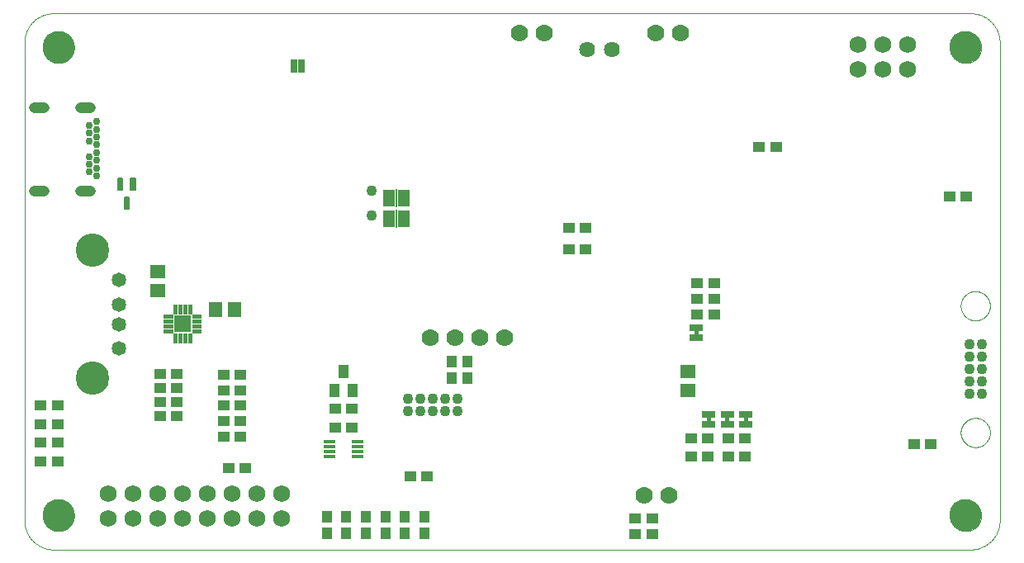
<source format=gbs>
G75*
%MOIN*%
%OFA0B0*%
%FSLAX25Y25*%
%IPPOS*%
%LPD*%
%AMOC8*
5,1,8,0,0,1.08239X$1,22.5*
%
%ADD10C,0.00000*%
%ADD11C,0.00039*%
%ADD12R,0.06306X0.05518*%
%ADD13R,0.04731X0.04337*%
%ADD14R,0.05400X0.02900*%
%ADD15C,0.00500*%
%ADD16C,0.12998*%
%ADD17C,0.05833*%
%ADD18C,0.13455*%
%ADD19C,0.00100*%
%ADD20R,0.07093X0.07093*%
%ADD21R,0.05518X0.06306*%
%ADD22R,0.04600X0.01400*%
%ADD23R,0.04337X0.05400*%
%ADD24C,0.04337*%
%ADD25R,0.04337X0.04731*%
%ADD26C,0.07000*%
%ADD27C,0.02975*%
%ADD28C,0.04337*%
%ADD29C,0.00592*%
%ADD30C,0.06400*%
%ADD31R,0.02900X0.05400*%
%ADD32C,0.06896*%
%ADD33R,0.05000X0.06700*%
%ADD34R,0.00600X0.07200*%
D10*
X0083936Y0127750D02*
X0454015Y0127750D01*
X0454300Y0127753D01*
X0454586Y0127764D01*
X0454871Y0127781D01*
X0455155Y0127805D01*
X0455439Y0127836D01*
X0455722Y0127874D01*
X0456003Y0127919D01*
X0456284Y0127970D01*
X0456564Y0128028D01*
X0456842Y0128093D01*
X0457118Y0128165D01*
X0457392Y0128243D01*
X0457665Y0128328D01*
X0457935Y0128420D01*
X0458203Y0128518D01*
X0458469Y0128622D01*
X0458732Y0128733D01*
X0458992Y0128850D01*
X0459250Y0128973D01*
X0459504Y0129103D01*
X0459755Y0129239D01*
X0460003Y0129380D01*
X0460247Y0129528D01*
X0460488Y0129681D01*
X0460724Y0129841D01*
X0460957Y0130006D01*
X0461186Y0130176D01*
X0461411Y0130352D01*
X0461631Y0130534D01*
X0461847Y0130720D01*
X0462058Y0130912D01*
X0462265Y0131109D01*
X0462467Y0131311D01*
X0462664Y0131518D01*
X0462856Y0131729D01*
X0463042Y0131945D01*
X0463224Y0132165D01*
X0463400Y0132390D01*
X0463570Y0132619D01*
X0463735Y0132852D01*
X0463895Y0133088D01*
X0464048Y0133329D01*
X0464196Y0133573D01*
X0464337Y0133821D01*
X0464473Y0134072D01*
X0464603Y0134326D01*
X0464726Y0134584D01*
X0464843Y0134844D01*
X0464954Y0135107D01*
X0465058Y0135373D01*
X0465156Y0135641D01*
X0465248Y0135911D01*
X0465333Y0136184D01*
X0465411Y0136458D01*
X0465483Y0136734D01*
X0465548Y0137012D01*
X0465606Y0137292D01*
X0465657Y0137573D01*
X0465702Y0137854D01*
X0465740Y0138137D01*
X0465771Y0138421D01*
X0465795Y0138705D01*
X0465812Y0138990D01*
X0465823Y0139276D01*
X0465826Y0139561D01*
X0465826Y0332474D01*
X0465823Y0332759D01*
X0465812Y0333045D01*
X0465795Y0333330D01*
X0465771Y0333614D01*
X0465740Y0333898D01*
X0465702Y0334181D01*
X0465657Y0334462D01*
X0465606Y0334743D01*
X0465548Y0335023D01*
X0465483Y0335301D01*
X0465411Y0335577D01*
X0465333Y0335851D01*
X0465248Y0336124D01*
X0465156Y0336394D01*
X0465058Y0336662D01*
X0464954Y0336928D01*
X0464843Y0337191D01*
X0464726Y0337451D01*
X0464603Y0337709D01*
X0464473Y0337963D01*
X0464337Y0338214D01*
X0464196Y0338462D01*
X0464048Y0338706D01*
X0463895Y0338947D01*
X0463735Y0339183D01*
X0463570Y0339416D01*
X0463400Y0339645D01*
X0463224Y0339870D01*
X0463042Y0340090D01*
X0462856Y0340306D01*
X0462664Y0340517D01*
X0462467Y0340724D01*
X0462265Y0340926D01*
X0462058Y0341123D01*
X0461847Y0341315D01*
X0461631Y0341501D01*
X0461411Y0341683D01*
X0461186Y0341859D01*
X0460957Y0342029D01*
X0460724Y0342194D01*
X0460488Y0342354D01*
X0460247Y0342507D01*
X0460003Y0342655D01*
X0459755Y0342796D01*
X0459504Y0342932D01*
X0459250Y0343062D01*
X0458992Y0343185D01*
X0458732Y0343302D01*
X0458469Y0343413D01*
X0458203Y0343517D01*
X0457935Y0343615D01*
X0457665Y0343707D01*
X0457392Y0343792D01*
X0457118Y0343870D01*
X0456842Y0343942D01*
X0456564Y0344007D01*
X0456284Y0344065D01*
X0456003Y0344116D01*
X0455722Y0344161D01*
X0455439Y0344199D01*
X0455155Y0344230D01*
X0454871Y0344254D01*
X0454586Y0344271D01*
X0454300Y0344282D01*
X0454015Y0344285D01*
X0083936Y0344285D01*
X0083651Y0344282D01*
X0083365Y0344271D01*
X0083080Y0344254D01*
X0082796Y0344230D01*
X0082512Y0344199D01*
X0082229Y0344161D01*
X0081948Y0344116D01*
X0081667Y0344065D01*
X0081387Y0344007D01*
X0081109Y0343942D01*
X0080833Y0343870D01*
X0080559Y0343792D01*
X0080286Y0343707D01*
X0080016Y0343615D01*
X0079748Y0343517D01*
X0079482Y0343413D01*
X0079219Y0343302D01*
X0078959Y0343185D01*
X0078701Y0343062D01*
X0078447Y0342932D01*
X0078196Y0342796D01*
X0077948Y0342655D01*
X0077704Y0342507D01*
X0077463Y0342354D01*
X0077227Y0342194D01*
X0076994Y0342029D01*
X0076765Y0341859D01*
X0076540Y0341683D01*
X0076320Y0341501D01*
X0076104Y0341315D01*
X0075893Y0341123D01*
X0075686Y0340926D01*
X0075484Y0340724D01*
X0075287Y0340517D01*
X0075095Y0340306D01*
X0074909Y0340090D01*
X0074727Y0339870D01*
X0074551Y0339645D01*
X0074381Y0339416D01*
X0074216Y0339183D01*
X0074056Y0338947D01*
X0073903Y0338706D01*
X0073755Y0338462D01*
X0073614Y0338214D01*
X0073478Y0337963D01*
X0073348Y0337709D01*
X0073225Y0337451D01*
X0073108Y0337191D01*
X0072997Y0336928D01*
X0072893Y0336662D01*
X0072795Y0336394D01*
X0072703Y0336124D01*
X0072618Y0335851D01*
X0072540Y0335577D01*
X0072468Y0335301D01*
X0072403Y0335023D01*
X0072345Y0334743D01*
X0072294Y0334462D01*
X0072249Y0334181D01*
X0072211Y0333898D01*
X0072180Y0333614D01*
X0072156Y0333330D01*
X0072139Y0333045D01*
X0072128Y0332759D01*
X0072125Y0332474D01*
X0072125Y0139561D01*
X0072128Y0139276D01*
X0072139Y0138990D01*
X0072156Y0138705D01*
X0072180Y0138421D01*
X0072211Y0138137D01*
X0072249Y0137854D01*
X0072294Y0137573D01*
X0072345Y0137292D01*
X0072403Y0137012D01*
X0072468Y0136734D01*
X0072540Y0136458D01*
X0072618Y0136184D01*
X0072703Y0135911D01*
X0072795Y0135641D01*
X0072893Y0135373D01*
X0072997Y0135107D01*
X0073108Y0134844D01*
X0073225Y0134584D01*
X0073348Y0134326D01*
X0073478Y0134072D01*
X0073614Y0133821D01*
X0073755Y0133573D01*
X0073903Y0133329D01*
X0074056Y0133088D01*
X0074216Y0132852D01*
X0074381Y0132619D01*
X0074551Y0132390D01*
X0074727Y0132165D01*
X0074909Y0131945D01*
X0075095Y0131729D01*
X0075287Y0131518D01*
X0075484Y0131311D01*
X0075686Y0131109D01*
X0075893Y0130912D01*
X0076104Y0130720D01*
X0076320Y0130534D01*
X0076540Y0130352D01*
X0076765Y0130176D01*
X0076994Y0130006D01*
X0077227Y0129841D01*
X0077463Y0129681D01*
X0077704Y0129528D01*
X0077948Y0129380D01*
X0078196Y0129239D01*
X0078447Y0129103D01*
X0078701Y0128973D01*
X0078959Y0128850D01*
X0079219Y0128733D01*
X0079482Y0128622D01*
X0079748Y0128518D01*
X0080016Y0128420D01*
X0080286Y0128328D01*
X0080559Y0128243D01*
X0080833Y0128165D01*
X0081109Y0128093D01*
X0081387Y0128028D01*
X0081667Y0127970D01*
X0081948Y0127919D01*
X0082229Y0127874D01*
X0082512Y0127836D01*
X0082796Y0127805D01*
X0083080Y0127781D01*
X0083365Y0127764D01*
X0083651Y0127753D01*
X0083936Y0127750D01*
X0079606Y0141530D02*
X0079608Y0141688D01*
X0079614Y0141846D01*
X0079624Y0142004D01*
X0079638Y0142162D01*
X0079656Y0142319D01*
X0079677Y0142476D01*
X0079703Y0142632D01*
X0079733Y0142788D01*
X0079766Y0142943D01*
X0079804Y0143096D01*
X0079845Y0143249D01*
X0079890Y0143401D01*
X0079939Y0143552D01*
X0079992Y0143701D01*
X0080048Y0143849D01*
X0080108Y0143995D01*
X0080172Y0144140D01*
X0080240Y0144283D01*
X0080311Y0144425D01*
X0080385Y0144565D01*
X0080463Y0144702D01*
X0080545Y0144838D01*
X0080629Y0144972D01*
X0080718Y0145103D01*
X0080809Y0145232D01*
X0080904Y0145359D01*
X0081001Y0145484D01*
X0081102Y0145606D01*
X0081206Y0145725D01*
X0081313Y0145842D01*
X0081423Y0145956D01*
X0081536Y0146067D01*
X0081651Y0146176D01*
X0081769Y0146281D01*
X0081890Y0146383D01*
X0082013Y0146483D01*
X0082139Y0146579D01*
X0082267Y0146672D01*
X0082397Y0146762D01*
X0082530Y0146848D01*
X0082665Y0146932D01*
X0082801Y0147011D01*
X0082940Y0147088D01*
X0083081Y0147160D01*
X0083223Y0147230D01*
X0083367Y0147295D01*
X0083513Y0147357D01*
X0083660Y0147415D01*
X0083809Y0147470D01*
X0083959Y0147521D01*
X0084110Y0147568D01*
X0084262Y0147611D01*
X0084415Y0147650D01*
X0084570Y0147686D01*
X0084725Y0147717D01*
X0084881Y0147745D01*
X0085037Y0147769D01*
X0085194Y0147789D01*
X0085352Y0147805D01*
X0085509Y0147817D01*
X0085668Y0147825D01*
X0085826Y0147829D01*
X0085984Y0147829D01*
X0086142Y0147825D01*
X0086301Y0147817D01*
X0086458Y0147805D01*
X0086616Y0147789D01*
X0086773Y0147769D01*
X0086929Y0147745D01*
X0087085Y0147717D01*
X0087240Y0147686D01*
X0087395Y0147650D01*
X0087548Y0147611D01*
X0087700Y0147568D01*
X0087851Y0147521D01*
X0088001Y0147470D01*
X0088150Y0147415D01*
X0088297Y0147357D01*
X0088443Y0147295D01*
X0088587Y0147230D01*
X0088729Y0147160D01*
X0088870Y0147088D01*
X0089009Y0147011D01*
X0089145Y0146932D01*
X0089280Y0146848D01*
X0089413Y0146762D01*
X0089543Y0146672D01*
X0089671Y0146579D01*
X0089797Y0146483D01*
X0089920Y0146383D01*
X0090041Y0146281D01*
X0090159Y0146176D01*
X0090274Y0146067D01*
X0090387Y0145956D01*
X0090497Y0145842D01*
X0090604Y0145725D01*
X0090708Y0145606D01*
X0090809Y0145484D01*
X0090906Y0145359D01*
X0091001Y0145232D01*
X0091092Y0145103D01*
X0091181Y0144972D01*
X0091265Y0144838D01*
X0091347Y0144702D01*
X0091425Y0144565D01*
X0091499Y0144425D01*
X0091570Y0144283D01*
X0091638Y0144140D01*
X0091702Y0143995D01*
X0091762Y0143849D01*
X0091818Y0143701D01*
X0091871Y0143552D01*
X0091920Y0143401D01*
X0091965Y0143249D01*
X0092006Y0143096D01*
X0092044Y0142943D01*
X0092077Y0142788D01*
X0092107Y0142632D01*
X0092133Y0142476D01*
X0092154Y0142319D01*
X0092172Y0142162D01*
X0092186Y0142004D01*
X0092196Y0141846D01*
X0092202Y0141688D01*
X0092204Y0141530D01*
X0092202Y0141372D01*
X0092196Y0141214D01*
X0092186Y0141056D01*
X0092172Y0140898D01*
X0092154Y0140741D01*
X0092133Y0140584D01*
X0092107Y0140428D01*
X0092077Y0140272D01*
X0092044Y0140117D01*
X0092006Y0139964D01*
X0091965Y0139811D01*
X0091920Y0139659D01*
X0091871Y0139508D01*
X0091818Y0139359D01*
X0091762Y0139211D01*
X0091702Y0139065D01*
X0091638Y0138920D01*
X0091570Y0138777D01*
X0091499Y0138635D01*
X0091425Y0138495D01*
X0091347Y0138358D01*
X0091265Y0138222D01*
X0091181Y0138088D01*
X0091092Y0137957D01*
X0091001Y0137828D01*
X0090906Y0137701D01*
X0090809Y0137576D01*
X0090708Y0137454D01*
X0090604Y0137335D01*
X0090497Y0137218D01*
X0090387Y0137104D01*
X0090274Y0136993D01*
X0090159Y0136884D01*
X0090041Y0136779D01*
X0089920Y0136677D01*
X0089797Y0136577D01*
X0089671Y0136481D01*
X0089543Y0136388D01*
X0089413Y0136298D01*
X0089280Y0136212D01*
X0089145Y0136128D01*
X0089009Y0136049D01*
X0088870Y0135972D01*
X0088729Y0135900D01*
X0088587Y0135830D01*
X0088443Y0135765D01*
X0088297Y0135703D01*
X0088150Y0135645D01*
X0088001Y0135590D01*
X0087851Y0135539D01*
X0087700Y0135492D01*
X0087548Y0135449D01*
X0087395Y0135410D01*
X0087240Y0135374D01*
X0087085Y0135343D01*
X0086929Y0135315D01*
X0086773Y0135291D01*
X0086616Y0135271D01*
X0086458Y0135255D01*
X0086301Y0135243D01*
X0086142Y0135235D01*
X0085984Y0135231D01*
X0085826Y0135231D01*
X0085668Y0135235D01*
X0085509Y0135243D01*
X0085352Y0135255D01*
X0085194Y0135271D01*
X0085037Y0135291D01*
X0084881Y0135315D01*
X0084725Y0135343D01*
X0084570Y0135374D01*
X0084415Y0135410D01*
X0084262Y0135449D01*
X0084110Y0135492D01*
X0083959Y0135539D01*
X0083809Y0135590D01*
X0083660Y0135645D01*
X0083513Y0135703D01*
X0083367Y0135765D01*
X0083223Y0135830D01*
X0083081Y0135900D01*
X0082940Y0135972D01*
X0082801Y0136049D01*
X0082665Y0136128D01*
X0082530Y0136212D01*
X0082397Y0136298D01*
X0082267Y0136388D01*
X0082139Y0136481D01*
X0082013Y0136577D01*
X0081890Y0136677D01*
X0081769Y0136779D01*
X0081651Y0136884D01*
X0081536Y0136993D01*
X0081423Y0137104D01*
X0081313Y0137218D01*
X0081206Y0137335D01*
X0081102Y0137454D01*
X0081001Y0137576D01*
X0080904Y0137701D01*
X0080809Y0137828D01*
X0080718Y0137957D01*
X0080629Y0138088D01*
X0080545Y0138222D01*
X0080463Y0138358D01*
X0080385Y0138495D01*
X0080311Y0138635D01*
X0080240Y0138777D01*
X0080172Y0138920D01*
X0080108Y0139065D01*
X0080048Y0139211D01*
X0079992Y0139359D01*
X0079939Y0139508D01*
X0079890Y0139659D01*
X0079845Y0139811D01*
X0079804Y0139964D01*
X0079766Y0140117D01*
X0079733Y0140272D01*
X0079703Y0140428D01*
X0079677Y0140584D01*
X0079656Y0140741D01*
X0079638Y0140898D01*
X0079624Y0141056D01*
X0079614Y0141214D01*
X0079608Y0141372D01*
X0079606Y0141530D01*
X0079606Y0330506D02*
X0079608Y0330664D01*
X0079614Y0330822D01*
X0079624Y0330980D01*
X0079638Y0331138D01*
X0079656Y0331295D01*
X0079677Y0331452D01*
X0079703Y0331608D01*
X0079733Y0331764D01*
X0079766Y0331919D01*
X0079804Y0332072D01*
X0079845Y0332225D01*
X0079890Y0332377D01*
X0079939Y0332528D01*
X0079992Y0332677D01*
X0080048Y0332825D01*
X0080108Y0332971D01*
X0080172Y0333116D01*
X0080240Y0333259D01*
X0080311Y0333401D01*
X0080385Y0333541D01*
X0080463Y0333678D01*
X0080545Y0333814D01*
X0080629Y0333948D01*
X0080718Y0334079D01*
X0080809Y0334208D01*
X0080904Y0334335D01*
X0081001Y0334460D01*
X0081102Y0334582D01*
X0081206Y0334701D01*
X0081313Y0334818D01*
X0081423Y0334932D01*
X0081536Y0335043D01*
X0081651Y0335152D01*
X0081769Y0335257D01*
X0081890Y0335359D01*
X0082013Y0335459D01*
X0082139Y0335555D01*
X0082267Y0335648D01*
X0082397Y0335738D01*
X0082530Y0335824D01*
X0082665Y0335908D01*
X0082801Y0335987D01*
X0082940Y0336064D01*
X0083081Y0336136D01*
X0083223Y0336206D01*
X0083367Y0336271D01*
X0083513Y0336333D01*
X0083660Y0336391D01*
X0083809Y0336446D01*
X0083959Y0336497D01*
X0084110Y0336544D01*
X0084262Y0336587D01*
X0084415Y0336626D01*
X0084570Y0336662D01*
X0084725Y0336693D01*
X0084881Y0336721D01*
X0085037Y0336745D01*
X0085194Y0336765D01*
X0085352Y0336781D01*
X0085509Y0336793D01*
X0085668Y0336801D01*
X0085826Y0336805D01*
X0085984Y0336805D01*
X0086142Y0336801D01*
X0086301Y0336793D01*
X0086458Y0336781D01*
X0086616Y0336765D01*
X0086773Y0336745D01*
X0086929Y0336721D01*
X0087085Y0336693D01*
X0087240Y0336662D01*
X0087395Y0336626D01*
X0087548Y0336587D01*
X0087700Y0336544D01*
X0087851Y0336497D01*
X0088001Y0336446D01*
X0088150Y0336391D01*
X0088297Y0336333D01*
X0088443Y0336271D01*
X0088587Y0336206D01*
X0088729Y0336136D01*
X0088870Y0336064D01*
X0089009Y0335987D01*
X0089145Y0335908D01*
X0089280Y0335824D01*
X0089413Y0335738D01*
X0089543Y0335648D01*
X0089671Y0335555D01*
X0089797Y0335459D01*
X0089920Y0335359D01*
X0090041Y0335257D01*
X0090159Y0335152D01*
X0090274Y0335043D01*
X0090387Y0334932D01*
X0090497Y0334818D01*
X0090604Y0334701D01*
X0090708Y0334582D01*
X0090809Y0334460D01*
X0090906Y0334335D01*
X0091001Y0334208D01*
X0091092Y0334079D01*
X0091181Y0333948D01*
X0091265Y0333814D01*
X0091347Y0333678D01*
X0091425Y0333541D01*
X0091499Y0333401D01*
X0091570Y0333259D01*
X0091638Y0333116D01*
X0091702Y0332971D01*
X0091762Y0332825D01*
X0091818Y0332677D01*
X0091871Y0332528D01*
X0091920Y0332377D01*
X0091965Y0332225D01*
X0092006Y0332072D01*
X0092044Y0331919D01*
X0092077Y0331764D01*
X0092107Y0331608D01*
X0092133Y0331452D01*
X0092154Y0331295D01*
X0092172Y0331138D01*
X0092186Y0330980D01*
X0092196Y0330822D01*
X0092202Y0330664D01*
X0092204Y0330506D01*
X0092202Y0330348D01*
X0092196Y0330190D01*
X0092186Y0330032D01*
X0092172Y0329874D01*
X0092154Y0329717D01*
X0092133Y0329560D01*
X0092107Y0329404D01*
X0092077Y0329248D01*
X0092044Y0329093D01*
X0092006Y0328940D01*
X0091965Y0328787D01*
X0091920Y0328635D01*
X0091871Y0328484D01*
X0091818Y0328335D01*
X0091762Y0328187D01*
X0091702Y0328041D01*
X0091638Y0327896D01*
X0091570Y0327753D01*
X0091499Y0327611D01*
X0091425Y0327471D01*
X0091347Y0327334D01*
X0091265Y0327198D01*
X0091181Y0327064D01*
X0091092Y0326933D01*
X0091001Y0326804D01*
X0090906Y0326677D01*
X0090809Y0326552D01*
X0090708Y0326430D01*
X0090604Y0326311D01*
X0090497Y0326194D01*
X0090387Y0326080D01*
X0090274Y0325969D01*
X0090159Y0325860D01*
X0090041Y0325755D01*
X0089920Y0325653D01*
X0089797Y0325553D01*
X0089671Y0325457D01*
X0089543Y0325364D01*
X0089413Y0325274D01*
X0089280Y0325188D01*
X0089145Y0325104D01*
X0089009Y0325025D01*
X0088870Y0324948D01*
X0088729Y0324876D01*
X0088587Y0324806D01*
X0088443Y0324741D01*
X0088297Y0324679D01*
X0088150Y0324621D01*
X0088001Y0324566D01*
X0087851Y0324515D01*
X0087700Y0324468D01*
X0087548Y0324425D01*
X0087395Y0324386D01*
X0087240Y0324350D01*
X0087085Y0324319D01*
X0086929Y0324291D01*
X0086773Y0324267D01*
X0086616Y0324247D01*
X0086458Y0324231D01*
X0086301Y0324219D01*
X0086142Y0324211D01*
X0085984Y0324207D01*
X0085826Y0324207D01*
X0085668Y0324211D01*
X0085509Y0324219D01*
X0085352Y0324231D01*
X0085194Y0324247D01*
X0085037Y0324267D01*
X0084881Y0324291D01*
X0084725Y0324319D01*
X0084570Y0324350D01*
X0084415Y0324386D01*
X0084262Y0324425D01*
X0084110Y0324468D01*
X0083959Y0324515D01*
X0083809Y0324566D01*
X0083660Y0324621D01*
X0083513Y0324679D01*
X0083367Y0324741D01*
X0083223Y0324806D01*
X0083081Y0324876D01*
X0082940Y0324948D01*
X0082801Y0325025D01*
X0082665Y0325104D01*
X0082530Y0325188D01*
X0082397Y0325274D01*
X0082267Y0325364D01*
X0082139Y0325457D01*
X0082013Y0325553D01*
X0081890Y0325653D01*
X0081769Y0325755D01*
X0081651Y0325860D01*
X0081536Y0325969D01*
X0081423Y0326080D01*
X0081313Y0326194D01*
X0081206Y0326311D01*
X0081102Y0326430D01*
X0081001Y0326552D01*
X0080904Y0326677D01*
X0080809Y0326804D01*
X0080718Y0326933D01*
X0080629Y0327064D01*
X0080545Y0327198D01*
X0080463Y0327334D01*
X0080385Y0327471D01*
X0080311Y0327611D01*
X0080240Y0327753D01*
X0080172Y0327896D01*
X0080108Y0328041D01*
X0080048Y0328187D01*
X0079992Y0328335D01*
X0079939Y0328484D01*
X0079890Y0328635D01*
X0079845Y0328787D01*
X0079804Y0328940D01*
X0079766Y0329093D01*
X0079733Y0329248D01*
X0079703Y0329404D01*
X0079677Y0329560D01*
X0079656Y0329717D01*
X0079638Y0329874D01*
X0079624Y0330032D01*
X0079614Y0330190D01*
X0079608Y0330348D01*
X0079606Y0330506D01*
X0445747Y0330506D02*
X0445749Y0330664D01*
X0445755Y0330822D01*
X0445765Y0330980D01*
X0445779Y0331138D01*
X0445797Y0331295D01*
X0445818Y0331452D01*
X0445844Y0331608D01*
X0445874Y0331764D01*
X0445907Y0331919D01*
X0445945Y0332072D01*
X0445986Y0332225D01*
X0446031Y0332377D01*
X0446080Y0332528D01*
X0446133Y0332677D01*
X0446189Y0332825D01*
X0446249Y0332971D01*
X0446313Y0333116D01*
X0446381Y0333259D01*
X0446452Y0333401D01*
X0446526Y0333541D01*
X0446604Y0333678D01*
X0446686Y0333814D01*
X0446770Y0333948D01*
X0446859Y0334079D01*
X0446950Y0334208D01*
X0447045Y0334335D01*
X0447142Y0334460D01*
X0447243Y0334582D01*
X0447347Y0334701D01*
X0447454Y0334818D01*
X0447564Y0334932D01*
X0447677Y0335043D01*
X0447792Y0335152D01*
X0447910Y0335257D01*
X0448031Y0335359D01*
X0448154Y0335459D01*
X0448280Y0335555D01*
X0448408Y0335648D01*
X0448538Y0335738D01*
X0448671Y0335824D01*
X0448806Y0335908D01*
X0448942Y0335987D01*
X0449081Y0336064D01*
X0449222Y0336136D01*
X0449364Y0336206D01*
X0449508Y0336271D01*
X0449654Y0336333D01*
X0449801Y0336391D01*
X0449950Y0336446D01*
X0450100Y0336497D01*
X0450251Y0336544D01*
X0450403Y0336587D01*
X0450556Y0336626D01*
X0450711Y0336662D01*
X0450866Y0336693D01*
X0451022Y0336721D01*
X0451178Y0336745D01*
X0451335Y0336765D01*
X0451493Y0336781D01*
X0451650Y0336793D01*
X0451809Y0336801D01*
X0451967Y0336805D01*
X0452125Y0336805D01*
X0452283Y0336801D01*
X0452442Y0336793D01*
X0452599Y0336781D01*
X0452757Y0336765D01*
X0452914Y0336745D01*
X0453070Y0336721D01*
X0453226Y0336693D01*
X0453381Y0336662D01*
X0453536Y0336626D01*
X0453689Y0336587D01*
X0453841Y0336544D01*
X0453992Y0336497D01*
X0454142Y0336446D01*
X0454291Y0336391D01*
X0454438Y0336333D01*
X0454584Y0336271D01*
X0454728Y0336206D01*
X0454870Y0336136D01*
X0455011Y0336064D01*
X0455150Y0335987D01*
X0455286Y0335908D01*
X0455421Y0335824D01*
X0455554Y0335738D01*
X0455684Y0335648D01*
X0455812Y0335555D01*
X0455938Y0335459D01*
X0456061Y0335359D01*
X0456182Y0335257D01*
X0456300Y0335152D01*
X0456415Y0335043D01*
X0456528Y0334932D01*
X0456638Y0334818D01*
X0456745Y0334701D01*
X0456849Y0334582D01*
X0456950Y0334460D01*
X0457047Y0334335D01*
X0457142Y0334208D01*
X0457233Y0334079D01*
X0457322Y0333948D01*
X0457406Y0333814D01*
X0457488Y0333678D01*
X0457566Y0333541D01*
X0457640Y0333401D01*
X0457711Y0333259D01*
X0457779Y0333116D01*
X0457843Y0332971D01*
X0457903Y0332825D01*
X0457959Y0332677D01*
X0458012Y0332528D01*
X0458061Y0332377D01*
X0458106Y0332225D01*
X0458147Y0332072D01*
X0458185Y0331919D01*
X0458218Y0331764D01*
X0458248Y0331608D01*
X0458274Y0331452D01*
X0458295Y0331295D01*
X0458313Y0331138D01*
X0458327Y0330980D01*
X0458337Y0330822D01*
X0458343Y0330664D01*
X0458345Y0330506D01*
X0458343Y0330348D01*
X0458337Y0330190D01*
X0458327Y0330032D01*
X0458313Y0329874D01*
X0458295Y0329717D01*
X0458274Y0329560D01*
X0458248Y0329404D01*
X0458218Y0329248D01*
X0458185Y0329093D01*
X0458147Y0328940D01*
X0458106Y0328787D01*
X0458061Y0328635D01*
X0458012Y0328484D01*
X0457959Y0328335D01*
X0457903Y0328187D01*
X0457843Y0328041D01*
X0457779Y0327896D01*
X0457711Y0327753D01*
X0457640Y0327611D01*
X0457566Y0327471D01*
X0457488Y0327334D01*
X0457406Y0327198D01*
X0457322Y0327064D01*
X0457233Y0326933D01*
X0457142Y0326804D01*
X0457047Y0326677D01*
X0456950Y0326552D01*
X0456849Y0326430D01*
X0456745Y0326311D01*
X0456638Y0326194D01*
X0456528Y0326080D01*
X0456415Y0325969D01*
X0456300Y0325860D01*
X0456182Y0325755D01*
X0456061Y0325653D01*
X0455938Y0325553D01*
X0455812Y0325457D01*
X0455684Y0325364D01*
X0455554Y0325274D01*
X0455421Y0325188D01*
X0455286Y0325104D01*
X0455150Y0325025D01*
X0455011Y0324948D01*
X0454870Y0324876D01*
X0454728Y0324806D01*
X0454584Y0324741D01*
X0454438Y0324679D01*
X0454291Y0324621D01*
X0454142Y0324566D01*
X0453992Y0324515D01*
X0453841Y0324468D01*
X0453689Y0324425D01*
X0453536Y0324386D01*
X0453381Y0324350D01*
X0453226Y0324319D01*
X0453070Y0324291D01*
X0452914Y0324267D01*
X0452757Y0324247D01*
X0452599Y0324231D01*
X0452442Y0324219D01*
X0452283Y0324211D01*
X0452125Y0324207D01*
X0451967Y0324207D01*
X0451809Y0324211D01*
X0451650Y0324219D01*
X0451493Y0324231D01*
X0451335Y0324247D01*
X0451178Y0324267D01*
X0451022Y0324291D01*
X0450866Y0324319D01*
X0450711Y0324350D01*
X0450556Y0324386D01*
X0450403Y0324425D01*
X0450251Y0324468D01*
X0450100Y0324515D01*
X0449950Y0324566D01*
X0449801Y0324621D01*
X0449654Y0324679D01*
X0449508Y0324741D01*
X0449364Y0324806D01*
X0449222Y0324876D01*
X0449081Y0324948D01*
X0448942Y0325025D01*
X0448806Y0325104D01*
X0448671Y0325188D01*
X0448538Y0325274D01*
X0448408Y0325364D01*
X0448280Y0325457D01*
X0448154Y0325553D01*
X0448031Y0325653D01*
X0447910Y0325755D01*
X0447792Y0325860D01*
X0447677Y0325969D01*
X0447564Y0326080D01*
X0447454Y0326194D01*
X0447347Y0326311D01*
X0447243Y0326430D01*
X0447142Y0326552D01*
X0447045Y0326677D01*
X0446950Y0326804D01*
X0446859Y0326933D01*
X0446770Y0327064D01*
X0446686Y0327198D01*
X0446604Y0327334D01*
X0446526Y0327471D01*
X0446452Y0327611D01*
X0446381Y0327753D01*
X0446313Y0327896D01*
X0446249Y0328041D01*
X0446189Y0328187D01*
X0446133Y0328335D01*
X0446080Y0328484D01*
X0446031Y0328635D01*
X0445986Y0328787D01*
X0445945Y0328940D01*
X0445907Y0329093D01*
X0445874Y0329248D01*
X0445844Y0329404D01*
X0445818Y0329560D01*
X0445797Y0329717D01*
X0445779Y0329874D01*
X0445765Y0330032D01*
X0445755Y0330190D01*
X0445749Y0330348D01*
X0445747Y0330506D01*
X0445747Y0141530D02*
X0445749Y0141688D01*
X0445755Y0141846D01*
X0445765Y0142004D01*
X0445779Y0142162D01*
X0445797Y0142319D01*
X0445818Y0142476D01*
X0445844Y0142632D01*
X0445874Y0142788D01*
X0445907Y0142943D01*
X0445945Y0143096D01*
X0445986Y0143249D01*
X0446031Y0143401D01*
X0446080Y0143552D01*
X0446133Y0143701D01*
X0446189Y0143849D01*
X0446249Y0143995D01*
X0446313Y0144140D01*
X0446381Y0144283D01*
X0446452Y0144425D01*
X0446526Y0144565D01*
X0446604Y0144702D01*
X0446686Y0144838D01*
X0446770Y0144972D01*
X0446859Y0145103D01*
X0446950Y0145232D01*
X0447045Y0145359D01*
X0447142Y0145484D01*
X0447243Y0145606D01*
X0447347Y0145725D01*
X0447454Y0145842D01*
X0447564Y0145956D01*
X0447677Y0146067D01*
X0447792Y0146176D01*
X0447910Y0146281D01*
X0448031Y0146383D01*
X0448154Y0146483D01*
X0448280Y0146579D01*
X0448408Y0146672D01*
X0448538Y0146762D01*
X0448671Y0146848D01*
X0448806Y0146932D01*
X0448942Y0147011D01*
X0449081Y0147088D01*
X0449222Y0147160D01*
X0449364Y0147230D01*
X0449508Y0147295D01*
X0449654Y0147357D01*
X0449801Y0147415D01*
X0449950Y0147470D01*
X0450100Y0147521D01*
X0450251Y0147568D01*
X0450403Y0147611D01*
X0450556Y0147650D01*
X0450711Y0147686D01*
X0450866Y0147717D01*
X0451022Y0147745D01*
X0451178Y0147769D01*
X0451335Y0147789D01*
X0451493Y0147805D01*
X0451650Y0147817D01*
X0451809Y0147825D01*
X0451967Y0147829D01*
X0452125Y0147829D01*
X0452283Y0147825D01*
X0452442Y0147817D01*
X0452599Y0147805D01*
X0452757Y0147789D01*
X0452914Y0147769D01*
X0453070Y0147745D01*
X0453226Y0147717D01*
X0453381Y0147686D01*
X0453536Y0147650D01*
X0453689Y0147611D01*
X0453841Y0147568D01*
X0453992Y0147521D01*
X0454142Y0147470D01*
X0454291Y0147415D01*
X0454438Y0147357D01*
X0454584Y0147295D01*
X0454728Y0147230D01*
X0454870Y0147160D01*
X0455011Y0147088D01*
X0455150Y0147011D01*
X0455286Y0146932D01*
X0455421Y0146848D01*
X0455554Y0146762D01*
X0455684Y0146672D01*
X0455812Y0146579D01*
X0455938Y0146483D01*
X0456061Y0146383D01*
X0456182Y0146281D01*
X0456300Y0146176D01*
X0456415Y0146067D01*
X0456528Y0145956D01*
X0456638Y0145842D01*
X0456745Y0145725D01*
X0456849Y0145606D01*
X0456950Y0145484D01*
X0457047Y0145359D01*
X0457142Y0145232D01*
X0457233Y0145103D01*
X0457322Y0144972D01*
X0457406Y0144838D01*
X0457488Y0144702D01*
X0457566Y0144565D01*
X0457640Y0144425D01*
X0457711Y0144283D01*
X0457779Y0144140D01*
X0457843Y0143995D01*
X0457903Y0143849D01*
X0457959Y0143701D01*
X0458012Y0143552D01*
X0458061Y0143401D01*
X0458106Y0143249D01*
X0458147Y0143096D01*
X0458185Y0142943D01*
X0458218Y0142788D01*
X0458248Y0142632D01*
X0458274Y0142476D01*
X0458295Y0142319D01*
X0458313Y0142162D01*
X0458327Y0142004D01*
X0458337Y0141846D01*
X0458343Y0141688D01*
X0458345Y0141530D01*
X0458343Y0141372D01*
X0458337Y0141214D01*
X0458327Y0141056D01*
X0458313Y0140898D01*
X0458295Y0140741D01*
X0458274Y0140584D01*
X0458248Y0140428D01*
X0458218Y0140272D01*
X0458185Y0140117D01*
X0458147Y0139964D01*
X0458106Y0139811D01*
X0458061Y0139659D01*
X0458012Y0139508D01*
X0457959Y0139359D01*
X0457903Y0139211D01*
X0457843Y0139065D01*
X0457779Y0138920D01*
X0457711Y0138777D01*
X0457640Y0138635D01*
X0457566Y0138495D01*
X0457488Y0138358D01*
X0457406Y0138222D01*
X0457322Y0138088D01*
X0457233Y0137957D01*
X0457142Y0137828D01*
X0457047Y0137701D01*
X0456950Y0137576D01*
X0456849Y0137454D01*
X0456745Y0137335D01*
X0456638Y0137218D01*
X0456528Y0137104D01*
X0456415Y0136993D01*
X0456300Y0136884D01*
X0456182Y0136779D01*
X0456061Y0136677D01*
X0455938Y0136577D01*
X0455812Y0136481D01*
X0455684Y0136388D01*
X0455554Y0136298D01*
X0455421Y0136212D01*
X0455286Y0136128D01*
X0455150Y0136049D01*
X0455011Y0135972D01*
X0454870Y0135900D01*
X0454728Y0135830D01*
X0454584Y0135765D01*
X0454438Y0135703D01*
X0454291Y0135645D01*
X0454142Y0135590D01*
X0453992Y0135539D01*
X0453841Y0135492D01*
X0453689Y0135449D01*
X0453536Y0135410D01*
X0453381Y0135374D01*
X0453226Y0135343D01*
X0453070Y0135315D01*
X0452914Y0135291D01*
X0452757Y0135271D01*
X0452599Y0135255D01*
X0452442Y0135243D01*
X0452283Y0135235D01*
X0452125Y0135231D01*
X0451967Y0135231D01*
X0451809Y0135235D01*
X0451650Y0135243D01*
X0451493Y0135255D01*
X0451335Y0135271D01*
X0451178Y0135291D01*
X0451022Y0135315D01*
X0450866Y0135343D01*
X0450711Y0135374D01*
X0450556Y0135410D01*
X0450403Y0135449D01*
X0450251Y0135492D01*
X0450100Y0135539D01*
X0449950Y0135590D01*
X0449801Y0135645D01*
X0449654Y0135703D01*
X0449508Y0135765D01*
X0449364Y0135830D01*
X0449222Y0135900D01*
X0449081Y0135972D01*
X0448942Y0136049D01*
X0448806Y0136128D01*
X0448671Y0136212D01*
X0448538Y0136298D01*
X0448408Y0136388D01*
X0448280Y0136481D01*
X0448154Y0136577D01*
X0448031Y0136677D01*
X0447910Y0136779D01*
X0447792Y0136884D01*
X0447677Y0136993D01*
X0447564Y0137104D01*
X0447454Y0137218D01*
X0447347Y0137335D01*
X0447243Y0137454D01*
X0447142Y0137576D01*
X0447045Y0137701D01*
X0446950Y0137828D01*
X0446859Y0137957D01*
X0446770Y0138088D01*
X0446686Y0138222D01*
X0446604Y0138358D01*
X0446526Y0138495D01*
X0446452Y0138635D01*
X0446381Y0138777D01*
X0446313Y0138920D01*
X0446249Y0139065D01*
X0446189Y0139211D01*
X0446133Y0139359D01*
X0446080Y0139508D01*
X0446031Y0139659D01*
X0445986Y0139811D01*
X0445945Y0139964D01*
X0445907Y0140117D01*
X0445874Y0140272D01*
X0445844Y0140428D01*
X0445818Y0140584D01*
X0445797Y0140741D01*
X0445779Y0140898D01*
X0445765Y0141056D01*
X0445755Y0141214D01*
X0445749Y0141372D01*
X0445747Y0141530D01*
D11*
X0450077Y0174994D02*
X0450079Y0175147D01*
X0450085Y0175301D01*
X0450095Y0175454D01*
X0450109Y0175606D01*
X0450127Y0175759D01*
X0450149Y0175910D01*
X0450174Y0176061D01*
X0450204Y0176212D01*
X0450238Y0176362D01*
X0450275Y0176510D01*
X0450316Y0176658D01*
X0450361Y0176804D01*
X0450410Y0176950D01*
X0450463Y0177094D01*
X0450519Y0177236D01*
X0450579Y0177377D01*
X0450643Y0177517D01*
X0450710Y0177655D01*
X0450781Y0177791D01*
X0450856Y0177925D01*
X0450933Y0178057D01*
X0451015Y0178187D01*
X0451099Y0178315D01*
X0451187Y0178441D01*
X0451278Y0178564D01*
X0451372Y0178685D01*
X0451470Y0178803D01*
X0451570Y0178919D01*
X0451674Y0179032D01*
X0451780Y0179143D01*
X0451889Y0179251D01*
X0452001Y0179356D01*
X0452115Y0179457D01*
X0452233Y0179556D01*
X0452352Y0179652D01*
X0452474Y0179745D01*
X0452599Y0179834D01*
X0452726Y0179921D01*
X0452855Y0180003D01*
X0452986Y0180083D01*
X0453119Y0180159D01*
X0453254Y0180232D01*
X0453391Y0180301D01*
X0453530Y0180366D01*
X0453670Y0180428D01*
X0453812Y0180486D01*
X0453955Y0180541D01*
X0454100Y0180592D01*
X0454246Y0180639D01*
X0454393Y0180682D01*
X0454541Y0180721D01*
X0454690Y0180757D01*
X0454840Y0180788D01*
X0454991Y0180816D01*
X0455142Y0180840D01*
X0455295Y0180860D01*
X0455447Y0180876D01*
X0455600Y0180888D01*
X0455753Y0180896D01*
X0455906Y0180900D01*
X0456060Y0180900D01*
X0456213Y0180896D01*
X0456366Y0180888D01*
X0456519Y0180876D01*
X0456671Y0180860D01*
X0456824Y0180840D01*
X0456975Y0180816D01*
X0457126Y0180788D01*
X0457276Y0180757D01*
X0457425Y0180721D01*
X0457573Y0180682D01*
X0457720Y0180639D01*
X0457866Y0180592D01*
X0458011Y0180541D01*
X0458154Y0180486D01*
X0458296Y0180428D01*
X0458436Y0180366D01*
X0458575Y0180301D01*
X0458712Y0180232D01*
X0458847Y0180159D01*
X0458980Y0180083D01*
X0459111Y0180003D01*
X0459240Y0179921D01*
X0459367Y0179834D01*
X0459492Y0179745D01*
X0459614Y0179652D01*
X0459733Y0179556D01*
X0459851Y0179457D01*
X0459965Y0179356D01*
X0460077Y0179251D01*
X0460186Y0179143D01*
X0460292Y0179032D01*
X0460396Y0178919D01*
X0460496Y0178803D01*
X0460594Y0178685D01*
X0460688Y0178564D01*
X0460779Y0178441D01*
X0460867Y0178315D01*
X0460951Y0178187D01*
X0461033Y0178057D01*
X0461110Y0177925D01*
X0461185Y0177791D01*
X0461256Y0177655D01*
X0461323Y0177517D01*
X0461387Y0177377D01*
X0461447Y0177236D01*
X0461503Y0177094D01*
X0461556Y0176950D01*
X0461605Y0176804D01*
X0461650Y0176658D01*
X0461691Y0176510D01*
X0461728Y0176362D01*
X0461762Y0176212D01*
X0461792Y0176061D01*
X0461817Y0175910D01*
X0461839Y0175759D01*
X0461857Y0175606D01*
X0461871Y0175454D01*
X0461881Y0175301D01*
X0461887Y0175147D01*
X0461889Y0174994D01*
X0461887Y0174841D01*
X0461881Y0174687D01*
X0461871Y0174534D01*
X0461857Y0174382D01*
X0461839Y0174229D01*
X0461817Y0174078D01*
X0461792Y0173927D01*
X0461762Y0173776D01*
X0461728Y0173626D01*
X0461691Y0173478D01*
X0461650Y0173330D01*
X0461605Y0173184D01*
X0461556Y0173038D01*
X0461503Y0172894D01*
X0461447Y0172752D01*
X0461387Y0172611D01*
X0461323Y0172471D01*
X0461256Y0172333D01*
X0461185Y0172197D01*
X0461110Y0172063D01*
X0461033Y0171931D01*
X0460951Y0171801D01*
X0460867Y0171673D01*
X0460779Y0171547D01*
X0460688Y0171424D01*
X0460594Y0171303D01*
X0460496Y0171185D01*
X0460396Y0171069D01*
X0460292Y0170956D01*
X0460186Y0170845D01*
X0460077Y0170737D01*
X0459965Y0170632D01*
X0459851Y0170531D01*
X0459733Y0170432D01*
X0459614Y0170336D01*
X0459492Y0170243D01*
X0459367Y0170154D01*
X0459240Y0170067D01*
X0459111Y0169985D01*
X0458980Y0169905D01*
X0458847Y0169829D01*
X0458712Y0169756D01*
X0458575Y0169687D01*
X0458436Y0169622D01*
X0458296Y0169560D01*
X0458154Y0169502D01*
X0458011Y0169447D01*
X0457866Y0169396D01*
X0457720Y0169349D01*
X0457573Y0169306D01*
X0457425Y0169267D01*
X0457276Y0169231D01*
X0457126Y0169200D01*
X0456975Y0169172D01*
X0456824Y0169148D01*
X0456671Y0169128D01*
X0456519Y0169112D01*
X0456366Y0169100D01*
X0456213Y0169092D01*
X0456060Y0169088D01*
X0455906Y0169088D01*
X0455753Y0169092D01*
X0455600Y0169100D01*
X0455447Y0169112D01*
X0455295Y0169128D01*
X0455142Y0169148D01*
X0454991Y0169172D01*
X0454840Y0169200D01*
X0454690Y0169231D01*
X0454541Y0169267D01*
X0454393Y0169306D01*
X0454246Y0169349D01*
X0454100Y0169396D01*
X0453955Y0169447D01*
X0453812Y0169502D01*
X0453670Y0169560D01*
X0453530Y0169622D01*
X0453391Y0169687D01*
X0453254Y0169756D01*
X0453119Y0169829D01*
X0452986Y0169905D01*
X0452855Y0169985D01*
X0452726Y0170067D01*
X0452599Y0170154D01*
X0452474Y0170243D01*
X0452352Y0170336D01*
X0452233Y0170432D01*
X0452115Y0170531D01*
X0452001Y0170632D01*
X0451889Y0170737D01*
X0451780Y0170845D01*
X0451674Y0170956D01*
X0451570Y0171069D01*
X0451470Y0171185D01*
X0451372Y0171303D01*
X0451278Y0171424D01*
X0451187Y0171547D01*
X0451099Y0171673D01*
X0451015Y0171801D01*
X0450933Y0171931D01*
X0450856Y0172063D01*
X0450781Y0172197D01*
X0450710Y0172333D01*
X0450643Y0172471D01*
X0450579Y0172611D01*
X0450519Y0172752D01*
X0450463Y0172894D01*
X0450410Y0173038D01*
X0450361Y0173184D01*
X0450316Y0173330D01*
X0450275Y0173478D01*
X0450238Y0173626D01*
X0450204Y0173776D01*
X0450174Y0173927D01*
X0450149Y0174078D01*
X0450127Y0174229D01*
X0450109Y0174382D01*
X0450095Y0174534D01*
X0450085Y0174687D01*
X0450079Y0174841D01*
X0450077Y0174994D01*
X0450077Y0226175D02*
X0450079Y0226328D01*
X0450085Y0226482D01*
X0450095Y0226635D01*
X0450109Y0226787D01*
X0450127Y0226940D01*
X0450149Y0227091D01*
X0450174Y0227242D01*
X0450204Y0227393D01*
X0450238Y0227543D01*
X0450275Y0227691D01*
X0450316Y0227839D01*
X0450361Y0227985D01*
X0450410Y0228131D01*
X0450463Y0228275D01*
X0450519Y0228417D01*
X0450579Y0228558D01*
X0450643Y0228698D01*
X0450710Y0228836D01*
X0450781Y0228972D01*
X0450856Y0229106D01*
X0450933Y0229238D01*
X0451015Y0229368D01*
X0451099Y0229496D01*
X0451187Y0229622D01*
X0451278Y0229745D01*
X0451372Y0229866D01*
X0451470Y0229984D01*
X0451570Y0230100D01*
X0451674Y0230213D01*
X0451780Y0230324D01*
X0451889Y0230432D01*
X0452001Y0230537D01*
X0452115Y0230638D01*
X0452233Y0230737D01*
X0452352Y0230833D01*
X0452474Y0230926D01*
X0452599Y0231015D01*
X0452726Y0231102D01*
X0452855Y0231184D01*
X0452986Y0231264D01*
X0453119Y0231340D01*
X0453254Y0231413D01*
X0453391Y0231482D01*
X0453530Y0231547D01*
X0453670Y0231609D01*
X0453812Y0231667D01*
X0453955Y0231722D01*
X0454100Y0231773D01*
X0454246Y0231820D01*
X0454393Y0231863D01*
X0454541Y0231902D01*
X0454690Y0231938D01*
X0454840Y0231969D01*
X0454991Y0231997D01*
X0455142Y0232021D01*
X0455295Y0232041D01*
X0455447Y0232057D01*
X0455600Y0232069D01*
X0455753Y0232077D01*
X0455906Y0232081D01*
X0456060Y0232081D01*
X0456213Y0232077D01*
X0456366Y0232069D01*
X0456519Y0232057D01*
X0456671Y0232041D01*
X0456824Y0232021D01*
X0456975Y0231997D01*
X0457126Y0231969D01*
X0457276Y0231938D01*
X0457425Y0231902D01*
X0457573Y0231863D01*
X0457720Y0231820D01*
X0457866Y0231773D01*
X0458011Y0231722D01*
X0458154Y0231667D01*
X0458296Y0231609D01*
X0458436Y0231547D01*
X0458575Y0231482D01*
X0458712Y0231413D01*
X0458847Y0231340D01*
X0458980Y0231264D01*
X0459111Y0231184D01*
X0459240Y0231102D01*
X0459367Y0231015D01*
X0459492Y0230926D01*
X0459614Y0230833D01*
X0459733Y0230737D01*
X0459851Y0230638D01*
X0459965Y0230537D01*
X0460077Y0230432D01*
X0460186Y0230324D01*
X0460292Y0230213D01*
X0460396Y0230100D01*
X0460496Y0229984D01*
X0460594Y0229866D01*
X0460688Y0229745D01*
X0460779Y0229622D01*
X0460867Y0229496D01*
X0460951Y0229368D01*
X0461033Y0229238D01*
X0461110Y0229106D01*
X0461185Y0228972D01*
X0461256Y0228836D01*
X0461323Y0228698D01*
X0461387Y0228558D01*
X0461447Y0228417D01*
X0461503Y0228275D01*
X0461556Y0228131D01*
X0461605Y0227985D01*
X0461650Y0227839D01*
X0461691Y0227691D01*
X0461728Y0227543D01*
X0461762Y0227393D01*
X0461792Y0227242D01*
X0461817Y0227091D01*
X0461839Y0226940D01*
X0461857Y0226787D01*
X0461871Y0226635D01*
X0461881Y0226482D01*
X0461887Y0226328D01*
X0461889Y0226175D01*
X0461887Y0226022D01*
X0461881Y0225868D01*
X0461871Y0225715D01*
X0461857Y0225563D01*
X0461839Y0225410D01*
X0461817Y0225259D01*
X0461792Y0225108D01*
X0461762Y0224957D01*
X0461728Y0224807D01*
X0461691Y0224659D01*
X0461650Y0224511D01*
X0461605Y0224365D01*
X0461556Y0224219D01*
X0461503Y0224075D01*
X0461447Y0223933D01*
X0461387Y0223792D01*
X0461323Y0223652D01*
X0461256Y0223514D01*
X0461185Y0223378D01*
X0461110Y0223244D01*
X0461033Y0223112D01*
X0460951Y0222982D01*
X0460867Y0222854D01*
X0460779Y0222728D01*
X0460688Y0222605D01*
X0460594Y0222484D01*
X0460496Y0222366D01*
X0460396Y0222250D01*
X0460292Y0222137D01*
X0460186Y0222026D01*
X0460077Y0221918D01*
X0459965Y0221813D01*
X0459851Y0221712D01*
X0459733Y0221613D01*
X0459614Y0221517D01*
X0459492Y0221424D01*
X0459367Y0221335D01*
X0459240Y0221248D01*
X0459111Y0221166D01*
X0458980Y0221086D01*
X0458847Y0221010D01*
X0458712Y0220937D01*
X0458575Y0220868D01*
X0458436Y0220803D01*
X0458296Y0220741D01*
X0458154Y0220683D01*
X0458011Y0220628D01*
X0457866Y0220577D01*
X0457720Y0220530D01*
X0457573Y0220487D01*
X0457425Y0220448D01*
X0457276Y0220412D01*
X0457126Y0220381D01*
X0456975Y0220353D01*
X0456824Y0220329D01*
X0456671Y0220309D01*
X0456519Y0220293D01*
X0456366Y0220281D01*
X0456213Y0220273D01*
X0456060Y0220269D01*
X0455906Y0220269D01*
X0455753Y0220273D01*
X0455600Y0220281D01*
X0455447Y0220293D01*
X0455295Y0220309D01*
X0455142Y0220329D01*
X0454991Y0220353D01*
X0454840Y0220381D01*
X0454690Y0220412D01*
X0454541Y0220448D01*
X0454393Y0220487D01*
X0454246Y0220530D01*
X0454100Y0220577D01*
X0453955Y0220628D01*
X0453812Y0220683D01*
X0453670Y0220741D01*
X0453530Y0220803D01*
X0453391Y0220868D01*
X0453254Y0220937D01*
X0453119Y0221010D01*
X0452986Y0221086D01*
X0452855Y0221166D01*
X0452726Y0221248D01*
X0452599Y0221335D01*
X0452474Y0221424D01*
X0452352Y0221517D01*
X0452233Y0221613D01*
X0452115Y0221712D01*
X0452001Y0221813D01*
X0451889Y0221918D01*
X0451780Y0222026D01*
X0451674Y0222137D01*
X0451570Y0222250D01*
X0451470Y0222366D01*
X0451372Y0222484D01*
X0451278Y0222605D01*
X0451187Y0222728D01*
X0451099Y0222854D01*
X0451015Y0222982D01*
X0450933Y0223112D01*
X0450856Y0223244D01*
X0450781Y0223378D01*
X0450710Y0223514D01*
X0450643Y0223652D01*
X0450579Y0223792D01*
X0450519Y0223933D01*
X0450463Y0224075D01*
X0450410Y0224219D01*
X0450361Y0224365D01*
X0450316Y0224511D01*
X0450275Y0224659D01*
X0450238Y0224807D01*
X0450204Y0224957D01*
X0450174Y0225108D01*
X0450149Y0225259D01*
X0450127Y0225410D01*
X0450109Y0225563D01*
X0450095Y0225715D01*
X0450085Y0225868D01*
X0450079Y0226022D01*
X0450077Y0226175D01*
D12*
X0339938Y0199615D03*
X0339938Y0192135D03*
X0125875Y0232447D03*
X0125875Y0239928D03*
D13*
X0126904Y0198687D03*
X0126904Y0193062D03*
X0126904Y0187437D03*
X0133596Y0187437D03*
X0133596Y0193062D03*
X0133596Y0198687D03*
X0133596Y0181812D03*
X0126904Y0181812D03*
X0152529Y0179625D03*
X0152529Y0173375D03*
X0159221Y0173375D03*
X0159221Y0179625D03*
X0159221Y0185875D03*
X0152529Y0185875D03*
X0152529Y0192125D03*
X0152529Y0198375D03*
X0159221Y0198375D03*
X0159221Y0192125D03*
X0197529Y0184625D03*
X0204221Y0184625D03*
X0204221Y0177125D03*
X0197529Y0177125D03*
X0227841Y0157438D03*
X0234534Y0157438D03*
X0161338Y0160619D03*
X0154645Y0160619D03*
X0085471Y0163375D03*
X0078779Y0163375D03*
X0078779Y0170875D03*
X0085471Y0170875D03*
X0085471Y0178375D03*
X0078779Y0178375D03*
X0078779Y0185875D03*
X0085471Y0185875D03*
X0291904Y0249000D03*
X0298596Y0249000D03*
X0298596Y0257750D03*
X0291904Y0257750D03*
X0343779Y0235250D03*
X0350471Y0235250D03*
X0350471Y0229000D03*
X0350471Y0222750D03*
X0343779Y0222750D03*
X0343779Y0229000D03*
X0341279Y0172750D03*
X0347971Y0172750D03*
X0347971Y0165250D03*
X0341279Y0165250D03*
X0356279Y0165250D03*
X0362971Y0165250D03*
X0362971Y0172750D03*
X0356279Y0172750D03*
X0325471Y0140250D03*
X0318779Y0140250D03*
X0318779Y0134000D03*
X0325471Y0134000D03*
X0431279Y0170250D03*
X0437971Y0170250D03*
X0445654Y0270250D03*
X0452346Y0270250D03*
X0375471Y0290250D03*
X0368779Y0290250D03*
D14*
X0343375Y0217250D03*
X0343375Y0213250D03*
X0348375Y0182250D03*
X0348375Y0178250D03*
X0355875Y0178250D03*
X0355875Y0182250D03*
X0363375Y0182250D03*
X0363375Y0178250D03*
D15*
X0363875Y0179500D02*
X0363875Y0181000D01*
X0362875Y0181000D01*
X0362875Y0179500D01*
X0363875Y0179500D01*
X0363875Y0179595D02*
X0362875Y0179595D01*
X0362875Y0180094D02*
X0363875Y0180094D01*
X0363875Y0180592D02*
X0362875Y0180592D01*
X0356375Y0180592D02*
X0355375Y0180592D01*
X0355375Y0181000D02*
X0355375Y0179500D01*
X0356375Y0179500D01*
X0356375Y0181000D01*
X0355375Y0181000D01*
X0355375Y0180094D02*
X0356375Y0180094D01*
X0356375Y0179595D02*
X0355375Y0179595D01*
X0348875Y0179595D02*
X0347875Y0179595D01*
X0347875Y0179500D02*
X0348875Y0179500D01*
X0348875Y0181000D01*
X0347875Y0181000D01*
X0347875Y0179500D01*
X0347875Y0180094D02*
X0348875Y0180094D01*
X0348875Y0180592D02*
X0347875Y0180592D01*
X0343875Y0214500D02*
X0342875Y0214500D01*
X0342875Y0216000D01*
X0343875Y0216000D01*
X0343875Y0214500D01*
X0343875Y0214989D02*
X0342875Y0214989D01*
X0342875Y0215488D02*
X0343875Y0215488D01*
X0343875Y0215987D02*
X0342875Y0215987D01*
D16*
X0452046Y0141530D03*
X0452046Y0330506D03*
X0085905Y0330506D03*
X0085905Y0141530D03*
D17*
X0110294Y0208970D03*
X0110294Y0218813D03*
X0110294Y0226687D03*
X0110294Y0236530D03*
D18*
X0099625Y0248616D03*
X0099625Y0196884D03*
D19*
X0128304Y0215385D02*
X0131872Y0215385D01*
X0128304Y0215385D02*
X0128304Y0216709D01*
X0131872Y0216709D01*
X0131872Y0215385D01*
X0131872Y0215484D02*
X0128304Y0215484D01*
X0128304Y0215583D02*
X0131872Y0215583D01*
X0131872Y0215682D02*
X0128304Y0215682D01*
X0128304Y0215781D02*
X0131872Y0215781D01*
X0131872Y0215880D02*
X0128304Y0215880D01*
X0128304Y0215979D02*
X0131872Y0215979D01*
X0131872Y0216078D02*
X0128304Y0216078D01*
X0128304Y0216177D02*
X0131872Y0216177D01*
X0131872Y0216276D02*
X0128304Y0216276D01*
X0128304Y0216375D02*
X0131872Y0216375D01*
X0131872Y0216474D02*
X0128304Y0216474D01*
X0128304Y0216573D02*
X0131872Y0216573D01*
X0131872Y0216672D02*
X0128304Y0216672D01*
X0128304Y0217354D02*
X0131872Y0217354D01*
X0128304Y0217354D02*
X0128304Y0218678D01*
X0131872Y0218678D01*
X0131872Y0217354D01*
X0131872Y0217453D02*
X0128304Y0217453D01*
X0128304Y0217552D02*
X0131872Y0217552D01*
X0131872Y0217651D02*
X0128304Y0217651D01*
X0128304Y0217750D02*
X0131872Y0217750D01*
X0131872Y0217849D02*
X0128304Y0217849D01*
X0128304Y0217948D02*
X0131872Y0217948D01*
X0131872Y0218047D02*
X0128304Y0218047D01*
X0128304Y0218146D02*
X0131872Y0218146D01*
X0131872Y0218245D02*
X0128304Y0218245D01*
X0128304Y0218344D02*
X0131872Y0218344D01*
X0131872Y0218443D02*
X0128304Y0218443D01*
X0128304Y0218542D02*
X0131872Y0218542D01*
X0131872Y0218641D02*
X0128304Y0218641D01*
X0128304Y0219322D02*
X0131872Y0219322D01*
X0128304Y0219322D02*
X0128304Y0220646D01*
X0131872Y0220646D01*
X0131872Y0219322D01*
X0131872Y0219421D02*
X0128304Y0219421D01*
X0128304Y0219520D02*
X0131872Y0219520D01*
X0131872Y0219619D02*
X0128304Y0219619D01*
X0128304Y0219718D02*
X0131872Y0219718D01*
X0131872Y0219817D02*
X0128304Y0219817D01*
X0128304Y0219916D02*
X0131872Y0219916D01*
X0131872Y0220015D02*
X0128304Y0220015D01*
X0128304Y0220114D02*
X0131872Y0220114D01*
X0131872Y0220213D02*
X0128304Y0220213D01*
X0128304Y0220312D02*
X0131872Y0220312D01*
X0131872Y0220411D02*
X0128304Y0220411D01*
X0128304Y0220510D02*
X0131872Y0220510D01*
X0131872Y0220609D02*
X0128304Y0220609D01*
X0128304Y0221291D02*
X0131872Y0221291D01*
X0128304Y0221291D02*
X0128304Y0222615D01*
X0131872Y0222615D01*
X0131872Y0221291D01*
X0131872Y0221390D02*
X0128304Y0221390D01*
X0128304Y0221489D02*
X0131872Y0221489D01*
X0131872Y0221588D02*
X0128304Y0221588D01*
X0128304Y0221687D02*
X0131872Y0221687D01*
X0131872Y0221786D02*
X0128304Y0221786D01*
X0128304Y0221885D02*
X0131872Y0221885D01*
X0131872Y0221984D02*
X0128304Y0221984D01*
X0128304Y0222083D02*
X0131872Y0222083D01*
X0131872Y0222182D02*
X0128304Y0222182D01*
X0128304Y0222281D02*
X0131872Y0222281D01*
X0131872Y0222380D02*
X0128304Y0222380D01*
X0128304Y0222479D02*
X0131872Y0222479D01*
X0131872Y0222578D02*
X0128304Y0222578D01*
X0132260Y0223003D02*
X0132260Y0226571D01*
X0133584Y0226571D01*
X0133584Y0223003D01*
X0132260Y0223003D01*
X0132260Y0223102D02*
X0133584Y0223102D01*
X0133584Y0223201D02*
X0132260Y0223201D01*
X0132260Y0223300D02*
X0133584Y0223300D01*
X0133584Y0223399D02*
X0132260Y0223399D01*
X0132260Y0223498D02*
X0133584Y0223498D01*
X0133584Y0223597D02*
X0132260Y0223597D01*
X0132260Y0223696D02*
X0133584Y0223696D01*
X0133584Y0223795D02*
X0132260Y0223795D01*
X0132260Y0223894D02*
X0133584Y0223894D01*
X0133584Y0223993D02*
X0132260Y0223993D01*
X0132260Y0224092D02*
X0133584Y0224092D01*
X0133584Y0224191D02*
X0132260Y0224191D01*
X0132260Y0224290D02*
X0133584Y0224290D01*
X0133584Y0224389D02*
X0132260Y0224389D01*
X0132260Y0224488D02*
X0133584Y0224488D01*
X0133584Y0224587D02*
X0132260Y0224587D01*
X0132260Y0224686D02*
X0133584Y0224686D01*
X0133584Y0224785D02*
X0132260Y0224785D01*
X0132260Y0224884D02*
X0133584Y0224884D01*
X0133584Y0224983D02*
X0132260Y0224983D01*
X0132260Y0225082D02*
X0133584Y0225082D01*
X0133584Y0225181D02*
X0132260Y0225181D01*
X0132260Y0225280D02*
X0133584Y0225280D01*
X0133584Y0225379D02*
X0132260Y0225379D01*
X0132260Y0225478D02*
X0133584Y0225478D01*
X0133584Y0225577D02*
X0132260Y0225577D01*
X0132260Y0225676D02*
X0133584Y0225676D01*
X0133584Y0225775D02*
X0132260Y0225775D01*
X0132260Y0225874D02*
X0133584Y0225874D01*
X0133584Y0225973D02*
X0132260Y0225973D01*
X0132260Y0226072D02*
X0133584Y0226072D01*
X0133584Y0226171D02*
X0132260Y0226171D01*
X0132260Y0226270D02*
X0133584Y0226270D01*
X0133584Y0226369D02*
X0132260Y0226369D01*
X0132260Y0226468D02*
X0133584Y0226468D01*
X0133584Y0226567D02*
X0132260Y0226567D01*
X0134229Y0226571D02*
X0134229Y0223003D01*
X0134229Y0226571D02*
X0135553Y0226571D01*
X0135553Y0223003D01*
X0134229Y0223003D01*
X0134229Y0223102D02*
X0135553Y0223102D01*
X0135553Y0223201D02*
X0134229Y0223201D01*
X0134229Y0223300D02*
X0135553Y0223300D01*
X0135553Y0223399D02*
X0134229Y0223399D01*
X0134229Y0223498D02*
X0135553Y0223498D01*
X0135553Y0223597D02*
X0134229Y0223597D01*
X0134229Y0223696D02*
X0135553Y0223696D01*
X0135553Y0223795D02*
X0134229Y0223795D01*
X0134229Y0223894D02*
X0135553Y0223894D01*
X0135553Y0223993D02*
X0134229Y0223993D01*
X0134229Y0224092D02*
X0135553Y0224092D01*
X0135553Y0224191D02*
X0134229Y0224191D01*
X0134229Y0224290D02*
X0135553Y0224290D01*
X0135553Y0224389D02*
X0134229Y0224389D01*
X0134229Y0224488D02*
X0135553Y0224488D01*
X0135553Y0224587D02*
X0134229Y0224587D01*
X0134229Y0224686D02*
X0135553Y0224686D01*
X0135553Y0224785D02*
X0134229Y0224785D01*
X0134229Y0224884D02*
X0135553Y0224884D01*
X0135553Y0224983D02*
X0134229Y0224983D01*
X0134229Y0225082D02*
X0135553Y0225082D01*
X0135553Y0225181D02*
X0134229Y0225181D01*
X0134229Y0225280D02*
X0135553Y0225280D01*
X0135553Y0225379D02*
X0134229Y0225379D01*
X0134229Y0225478D02*
X0135553Y0225478D01*
X0135553Y0225577D02*
X0134229Y0225577D01*
X0134229Y0225676D02*
X0135553Y0225676D01*
X0135553Y0225775D02*
X0134229Y0225775D01*
X0134229Y0225874D02*
X0135553Y0225874D01*
X0135553Y0225973D02*
X0134229Y0225973D01*
X0134229Y0226072D02*
X0135553Y0226072D01*
X0135553Y0226171D02*
X0134229Y0226171D01*
X0134229Y0226270D02*
X0135553Y0226270D01*
X0135553Y0226369D02*
X0134229Y0226369D01*
X0134229Y0226468D02*
X0135553Y0226468D01*
X0135553Y0226567D02*
X0134229Y0226567D01*
X0136197Y0226571D02*
X0136197Y0223003D01*
X0136197Y0226571D02*
X0137521Y0226571D01*
X0137521Y0223003D01*
X0136197Y0223003D01*
X0136197Y0223102D02*
X0137521Y0223102D01*
X0137521Y0223201D02*
X0136197Y0223201D01*
X0136197Y0223300D02*
X0137521Y0223300D01*
X0137521Y0223399D02*
X0136197Y0223399D01*
X0136197Y0223498D02*
X0137521Y0223498D01*
X0137521Y0223597D02*
X0136197Y0223597D01*
X0136197Y0223696D02*
X0137521Y0223696D01*
X0137521Y0223795D02*
X0136197Y0223795D01*
X0136197Y0223894D02*
X0137521Y0223894D01*
X0137521Y0223993D02*
X0136197Y0223993D01*
X0136197Y0224092D02*
X0137521Y0224092D01*
X0137521Y0224191D02*
X0136197Y0224191D01*
X0136197Y0224290D02*
X0137521Y0224290D01*
X0137521Y0224389D02*
X0136197Y0224389D01*
X0136197Y0224488D02*
X0137521Y0224488D01*
X0137521Y0224587D02*
X0136197Y0224587D01*
X0136197Y0224686D02*
X0137521Y0224686D01*
X0137521Y0224785D02*
X0136197Y0224785D01*
X0136197Y0224884D02*
X0137521Y0224884D01*
X0137521Y0224983D02*
X0136197Y0224983D01*
X0136197Y0225082D02*
X0137521Y0225082D01*
X0137521Y0225181D02*
X0136197Y0225181D01*
X0136197Y0225280D02*
X0137521Y0225280D01*
X0137521Y0225379D02*
X0136197Y0225379D01*
X0136197Y0225478D02*
X0137521Y0225478D01*
X0137521Y0225577D02*
X0136197Y0225577D01*
X0136197Y0225676D02*
X0137521Y0225676D01*
X0137521Y0225775D02*
X0136197Y0225775D01*
X0136197Y0225874D02*
X0137521Y0225874D01*
X0137521Y0225973D02*
X0136197Y0225973D01*
X0136197Y0226072D02*
X0137521Y0226072D01*
X0137521Y0226171D02*
X0136197Y0226171D01*
X0136197Y0226270D02*
X0137521Y0226270D01*
X0137521Y0226369D02*
X0136197Y0226369D01*
X0136197Y0226468D02*
X0137521Y0226468D01*
X0137521Y0226567D02*
X0136197Y0226567D01*
X0138166Y0226571D02*
X0138166Y0223003D01*
X0138166Y0226571D02*
X0139490Y0226571D01*
X0139490Y0223003D01*
X0138166Y0223003D01*
X0138166Y0223102D02*
X0139490Y0223102D01*
X0139490Y0223201D02*
X0138166Y0223201D01*
X0138166Y0223300D02*
X0139490Y0223300D01*
X0139490Y0223399D02*
X0138166Y0223399D01*
X0138166Y0223498D02*
X0139490Y0223498D01*
X0139490Y0223597D02*
X0138166Y0223597D01*
X0138166Y0223696D02*
X0139490Y0223696D01*
X0139490Y0223795D02*
X0138166Y0223795D01*
X0138166Y0223894D02*
X0139490Y0223894D01*
X0139490Y0223993D02*
X0138166Y0223993D01*
X0138166Y0224092D02*
X0139490Y0224092D01*
X0139490Y0224191D02*
X0138166Y0224191D01*
X0138166Y0224290D02*
X0139490Y0224290D01*
X0139490Y0224389D02*
X0138166Y0224389D01*
X0138166Y0224488D02*
X0139490Y0224488D01*
X0139490Y0224587D02*
X0138166Y0224587D01*
X0138166Y0224686D02*
X0139490Y0224686D01*
X0139490Y0224785D02*
X0138166Y0224785D01*
X0138166Y0224884D02*
X0139490Y0224884D01*
X0139490Y0224983D02*
X0138166Y0224983D01*
X0138166Y0225082D02*
X0139490Y0225082D01*
X0139490Y0225181D02*
X0138166Y0225181D01*
X0138166Y0225280D02*
X0139490Y0225280D01*
X0139490Y0225379D02*
X0138166Y0225379D01*
X0138166Y0225478D02*
X0139490Y0225478D01*
X0139490Y0225577D02*
X0138166Y0225577D01*
X0138166Y0225676D02*
X0139490Y0225676D01*
X0139490Y0225775D02*
X0138166Y0225775D01*
X0138166Y0225874D02*
X0139490Y0225874D01*
X0139490Y0225973D02*
X0138166Y0225973D01*
X0138166Y0226072D02*
X0139490Y0226072D01*
X0139490Y0226171D02*
X0138166Y0226171D01*
X0138166Y0226270D02*
X0139490Y0226270D01*
X0139490Y0226369D02*
X0138166Y0226369D01*
X0138166Y0226468D02*
X0139490Y0226468D01*
X0139490Y0226567D02*
X0138166Y0226567D01*
X0139878Y0222615D02*
X0143446Y0222615D01*
X0143446Y0221291D01*
X0139878Y0221291D01*
X0139878Y0222615D01*
X0139878Y0221390D02*
X0143446Y0221390D01*
X0143446Y0221489D02*
X0139878Y0221489D01*
X0139878Y0221588D02*
X0143446Y0221588D01*
X0143446Y0221687D02*
X0139878Y0221687D01*
X0139878Y0221786D02*
X0143446Y0221786D01*
X0143446Y0221885D02*
X0139878Y0221885D01*
X0139878Y0221984D02*
X0143446Y0221984D01*
X0143446Y0222083D02*
X0139878Y0222083D01*
X0139878Y0222182D02*
X0143446Y0222182D01*
X0143446Y0222281D02*
X0139878Y0222281D01*
X0139878Y0222380D02*
X0143446Y0222380D01*
X0143446Y0222479D02*
X0139878Y0222479D01*
X0139878Y0222578D02*
X0143446Y0222578D01*
X0143446Y0220646D02*
X0139878Y0220646D01*
X0143446Y0220646D02*
X0143446Y0219322D01*
X0139878Y0219322D01*
X0139878Y0220646D01*
X0139878Y0219421D02*
X0143446Y0219421D01*
X0143446Y0219520D02*
X0139878Y0219520D01*
X0139878Y0219619D02*
X0143446Y0219619D01*
X0143446Y0219718D02*
X0139878Y0219718D01*
X0139878Y0219817D02*
X0143446Y0219817D01*
X0143446Y0219916D02*
X0139878Y0219916D01*
X0139878Y0220015D02*
X0143446Y0220015D01*
X0143446Y0220114D02*
X0139878Y0220114D01*
X0139878Y0220213D02*
X0143446Y0220213D01*
X0143446Y0220312D02*
X0139878Y0220312D01*
X0139878Y0220411D02*
X0143446Y0220411D01*
X0143446Y0220510D02*
X0139878Y0220510D01*
X0139878Y0220609D02*
X0143446Y0220609D01*
X0143446Y0218678D02*
X0139878Y0218678D01*
X0143446Y0218678D02*
X0143446Y0217354D01*
X0139878Y0217354D01*
X0139878Y0218678D01*
X0139878Y0217453D02*
X0143446Y0217453D01*
X0143446Y0217552D02*
X0139878Y0217552D01*
X0139878Y0217651D02*
X0143446Y0217651D01*
X0143446Y0217750D02*
X0139878Y0217750D01*
X0139878Y0217849D02*
X0143446Y0217849D01*
X0143446Y0217948D02*
X0139878Y0217948D01*
X0139878Y0218047D02*
X0143446Y0218047D01*
X0143446Y0218146D02*
X0139878Y0218146D01*
X0139878Y0218245D02*
X0143446Y0218245D01*
X0143446Y0218344D02*
X0139878Y0218344D01*
X0139878Y0218443D02*
X0143446Y0218443D01*
X0143446Y0218542D02*
X0139878Y0218542D01*
X0139878Y0218641D02*
X0143446Y0218641D01*
X0143446Y0216709D02*
X0139878Y0216709D01*
X0143446Y0216709D02*
X0143446Y0215385D01*
X0139878Y0215385D01*
X0139878Y0216709D01*
X0139878Y0215484D02*
X0143446Y0215484D01*
X0143446Y0215583D02*
X0139878Y0215583D01*
X0139878Y0215682D02*
X0143446Y0215682D01*
X0143446Y0215781D02*
X0139878Y0215781D01*
X0139878Y0215880D02*
X0143446Y0215880D01*
X0143446Y0215979D02*
X0139878Y0215979D01*
X0139878Y0216078D02*
X0143446Y0216078D01*
X0143446Y0216177D02*
X0139878Y0216177D01*
X0139878Y0216276D02*
X0143446Y0216276D01*
X0143446Y0216375D02*
X0139878Y0216375D01*
X0139878Y0216474D02*
X0143446Y0216474D01*
X0143446Y0216573D02*
X0139878Y0216573D01*
X0139878Y0216672D02*
X0143446Y0216672D01*
X0139490Y0214997D02*
X0139490Y0211429D01*
X0138166Y0211429D01*
X0138166Y0214997D01*
X0139490Y0214997D01*
X0139490Y0211528D02*
X0138166Y0211528D01*
X0138166Y0211627D02*
X0139490Y0211627D01*
X0139490Y0211726D02*
X0138166Y0211726D01*
X0138166Y0211825D02*
X0139490Y0211825D01*
X0139490Y0211924D02*
X0138166Y0211924D01*
X0138166Y0212023D02*
X0139490Y0212023D01*
X0139490Y0212122D02*
X0138166Y0212122D01*
X0138166Y0212221D02*
X0139490Y0212221D01*
X0139490Y0212320D02*
X0138166Y0212320D01*
X0138166Y0212419D02*
X0139490Y0212419D01*
X0139490Y0212518D02*
X0138166Y0212518D01*
X0138166Y0212617D02*
X0139490Y0212617D01*
X0139490Y0212716D02*
X0138166Y0212716D01*
X0138166Y0212815D02*
X0139490Y0212815D01*
X0139490Y0212914D02*
X0138166Y0212914D01*
X0138166Y0213013D02*
X0139490Y0213013D01*
X0139490Y0213112D02*
X0138166Y0213112D01*
X0138166Y0213211D02*
X0139490Y0213211D01*
X0139490Y0213310D02*
X0138166Y0213310D01*
X0138166Y0213409D02*
X0139490Y0213409D01*
X0139490Y0213508D02*
X0138166Y0213508D01*
X0138166Y0213607D02*
X0139490Y0213607D01*
X0139490Y0213706D02*
X0138166Y0213706D01*
X0138166Y0213805D02*
X0139490Y0213805D01*
X0139490Y0213904D02*
X0138166Y0213904D01*
X0138166Y0214003D02*
X0139490Y0214003D01*
X0139490Y0214102D02*
X0138166Y0214102D01*
X0138166Y0214201D02*
X0139490Y0214201D01*
X0139490Y0214300D02*
X0138166Y0214300D01*
X0138166Y0214399D02*
X0139490Y0214399D01*
X0139490Y0214498D02*
X0138166Y0214498D01*
X0138166Y0214597D02*
X0139490Y0214597D01*
X0139490Y0214696D02*
X0138166Y0214696D01*
X0138166Y0214795D02*
X0139490Y0214795D01*
X0139490Y0214894D02*
X0138166Y0214894D01*
X0138166Y0214993D02*
X0139490Y0214993D01*
X0137521Y0214997D02*
X0137521Y0211429D01*
X0136197Y0211429D01*
X0136197Y0214997D01*
X0137521Y0214997D01*
X0137521Y0211528D02*
X0136197Y0211528D01*
X0136197Y0211627D02*
X0137521Y0211627D01*
X0137521Y0211726D02*
X0136197Y0211726D01*
X0136197Y0211825D02*
X0137521Y0211825D01*
X0137521Y0211924D02*
X0136197Y0211924D01*
X0136197Y0212023D02*
X0137521Y0212023D01*
X0137521Y0212122D02*
X0136197Y0212122D01*
X0136197Y0212221D02*
X0137521Y0212221D01*
X0137521Y0212320D02*
X0136197Y0212320D01*
X0136197Y0212419D02*
X0137521Y0212419D01*
X0137521Y0212518D02*
X0136197Y0212518D01*
X0136197Y0212617D02*
X0137521Y0212617D01*
X0137521Y0212716D02*
X0136197Y0212716D01*
X0136197Y0212815D02*
X0137521Y0212815D01*
X0137521Y0212914D02*
X0136197Y0212914D01*
X0136197Y0213013D02*
X0137521Y0213013D01*
X0137521Y0213112D02*
X0136197Y0213112D01*
X0136197Y0213211D02*
X0137521Y0213211D01*
X0137521Y0213310D02*
X0136197Y0213310D01*
X0136197Y0213409D02*
X0137521Y0213409D01*
X0137521Y0213508D02*
X0136197Y0213508D01*
X0136197Y0213607D02*
X0137521Y0213607D01*
X0137521Y0213706D02*
X0136197Y0213706D01*
X0136197Y0213805D02*
X0137521Y0213805D01*
X0137521Y0213904D02*
X0136197Y0213904D01*
X0136197Y0214003D02*
X0137521Y0214003D01*
X0137521Y0214102D02*
X0136197Y0214102D01*
X0136197Y0214201D02*
X0137521Y0214201D01*
X0137521Y0214300D02*
X0136197Y0214300D01*
X0136197Y0214399D02*
X0137521Y0214399D01*
X0137521Y0214498D02*
X0136197Y0214498D01*
X0136197Y0214597D02*
X0137521Y0214597D01*
X0137521Y0214696D02*
X0136197Y0214696D01*
X0136197Y0214795D02*
X0137521Y0214795D01*
X0137521Y0214894D02*
X0136197Y0214894D01*
X0136197Y0214993D02*
X0137521Y0214993D01*
X0135553Y0214997D02*
X0135553Y0211429D01*
X0134229Y0211429D01*
X0134229Y0214997D01*
X0135553Y0214997D01*
X0135553Y0211528D02*
X0134229Y0211528D01*
X0134229Y0211627D02*
X0135553Y0211627D01*
X0135553Y0211726D02*
X0134229Y0211726D01*
X0134229Y0211825D02*
X0135553Y0211825D01*
X0135553Y0211924D02*
X0134229Y0211924D01*
X0134229Y0212023D02*
X0135553Y0212023D01*
X0135553Y0212122D02*
X0134229Y0212122D01*
X0134229Y0212221D02*
X0135553Y0212221D01*
X0135553Y0212320D02*
X0134229Y0212320D01*
X0134229Y0212419D02*
X0135553Y0212419D01*
X0135553Y0212518D02*
X0134229Y0212518D01*
X0134229Y0212617D02*
X0135553Y0212617D01*
X0135553Y0212716D02*
X0134229Y0212716D01*
X0134229Y0212815D02*
X0135553Y0212815D01*
X0135553Y0212914D02*
X0134229Y0212914D01*
X0134229Y0213013D02*
X0135553Y0213013D01*
X0135553Y0213112D02*
X0134229Y0213112D01*
X0134229Y0213211D02*
X0135553Y0213211D01*
X0135553Y0213310D02*
X0134229Y0213310D01*
X0134229Y0213409D02*
X0135553Y0213409D01*
X0135553Y0213508D02*
X0134229Y0213508D01*
X0134229Y0213607D02*
X0135553Y0213607D01*
X0135553Y0213706D02*
X0134229Y0213706D01*
X0134229Y0213805D02*
X0135553Y0213805D01*
X0135553Y0213904D02*
X0134229Y0213904D01*
X0134229Y0214003D02*
X0135553Y0214003D01*
X0135553Y0214102D02*
X0134229Y0214102D01*
X0134229Y0214201D02*
X0135553Y0214201D01*
X0135553Y0214300D02*
X0134229Y0214300D01*
X0134229Y0214399D02*
X0135553Y0214399D01*
X0135553Y0214498D02*
X0134229Y0214498D01*
X0134229Y0214597D02*
X0135553Y0214597D01*
X0135553Y0214696D02*
X0134229Y0214696D01*
X0134229Y0214795D02*
X0135553Y0214795D01*
X0135553Y0214894D02*
X0134229Y0214894D01*
X0134229Y0214993D02*
X0135553Y0214993D01*
X0133584Y0214997D02*
X0133584Y0211429D01*
X0132260Y0211429D01*
X0132260Y0214997D01*
X0133584Y0214997D01*
X0133584Y0211528D02*
X0132260Y0211528D01*
X0132260Y0211627D02*
X0133584Y0211627D01*
X0133584Y0211726D02*
X0132260Y0211726D01*
X0132260Y0211825D02*
X0133584Y0211825D01*
X0133584Y0211924D02*
X0132260Y0211924D01*
X0132260Y0212023D02*
X0133584Y0212023D01*
X0133584Y0212122D02*
X0132260Y0212122D01*
X0132260Y0212221D02*
X0133584Y0212221D01*
X0133584Y0212320D02*
X0132260Y0212320D01*
X0132260Y0212419D02*
X0133584Y0212419D01*
X0133584Y0212518D02*
X0132260Y0212518D01*
X0132260Y0212617D02*
X0133584Y0212617D01*
X0133584Y0212716D02*
X0132260Y0212716D01*
X0132260Y0212815D02*
X0133584Y0212815D01*
X0133584Y0212914D02*
X0132260Y0212914D01*
X0132260Y0213013D02*
X0133584Y0213013D01*
X0133584Y0213112D02*
X0132260Y0213112D01*
X0132260Y0213211D02*
X0133584Y0213211D01*
X0133584Y0213310D02*
X0132260Y0213310D01*
X0132260Y0213409D02*
X0133584Y0213409D01*
X0133584Y0213508D02*
X0132260Y0213508D01*
X0132260Y0213607D02*
X0133584Y0213607D01*
X0133584Y0213706D02*
X0132260Y0213706D01*
X0132260Y0213805D02*
X0133584Y0213805D01*
X0133584Y0213904D02*
X0132260Y0213904D01*
X0132260Y0214003D02*
X0133584Y0214003D01*
X0133584Y0214102D02*
X0132260Y0214102D01*
X0132260Y0214201D02*
X0133584Y0214201D01*
X0133584Y0214300D02*
X0132260Y0214300D01*
X0132260Y0214399D02*
X0133584Y0214399D01*
X0133584Y0214498D02*
X0132260Y0214498D01*
X0132260Y0214597D02*
X0133584Y0214597D01*
X0133584Y0214696D02*
X0132260Y0214696D01*
X0132260Y0214795D02*
X0133584Y0214795D01*
X0133584Y0214894D02*
X0132260Y0214894D01*
X0132260Y0214993D02*
X0133584Y0214993D01*
D20*
X0135875Y0219000D03*
D21*
X0149322Y0224625D03*
X0156803Y0224625D03*
D22*
X0195275Y0171375D03*
X0195275Y0169375D03*
X0195275Y0167375D03*
X0195275Y0165375D03*
X0206475Y0165375D03*
X0206475Y0167375D03*
X0206475Y0169375D03*
X0206475Y0171375D03*
D23*
X0204615Y0191938D03*
X0197135Y0191938D03*
X0200875Y0199812D03*
D24*
X0226800Y0188537D03*
X0226800Y0183537D03*
X0231800Y0183537D03*
X0236800Y0183537D03*
X0241800Y0183537D03*
X0246800Y0183537D03*
X0246800Y0188537D03*
X0241800Y0188537D03*
X0236800Y0188537D03*
X0231800Y0188537D03*
X0212125Y0262750D03*
X0212125Y0272750D03*
X0453483Y0210585D03*
X0458483Y0210585D03*
X0458483Y0205585D03*
X0453483Y0205585D03*
X0453483Y0200585D03*
X0458483Y0200585D03*
X0458483Y0195585D03*
X0453483Y0195585D03*
X0453483Y0190585D03*
X0458483Y0190585D03*
D25*
X0250875Y0196904D03*
X0244625Y0196904D03*
X0244625Y0203596D03*
X0250875Y0203596D03*
X0233542Y0141032D03*
X0233542Y0134340D03*
X0225668Y0134340D03*
X0225668Y0141032D03*
X0217794Y0141032D03*
X0217794Y0134340D03*
X0209920Y0134340D03*
X0209920Y0141032D03*
X0202046Y0141032D03*
X0202046Y0134340D03*
X0194172Y0134340D03*
X0194172Y0141032D03*
D26*
X0235875Y0213375D03*
X0245875Y0213375D03*
X0255875Y0213375D03*
X0265875Y0213375D03*
X0322125Y0149625D03*
X0332125Y0149625D03*
X0336968Y0336411D03*
X0326968Y0336411D03*
X0281849Y0336411D03*
X0271849Y0336411D03*
D27*
X0101175Y0300649D03*
X0101175Y0297499D03*
X0101175Y0294349D03*
X0101175Y0291200D03*
X0101175Y0288050D03*
X0101175Y0284901D03*
X0101175Y0281751D03*
X0101175Y0278601D03*
X0098419Y0280176D03*
X0098419Y0283326D03*
X0098419Y0286475D03*
X0098419Y0292775D03*
X0098419Y0295924D03*
X0098419Y0299074D03*
D28*
X0098616Y0306436D02*
X0094679Y0306436D01*
X0079994Y0306436D02*
X0076057Y0306436D01*
X0076057Y0272814D02*
X0079994Y0272814D01*
X0094679Y0272814D02*
X0098616Y0272814D01*
D29*
X0109928Y0272876D02*
X0109928Y0277526D01*
X0111704Y0277526D01*
X0111704Y0272876D01*
X0109928Y0272876D01*
X0109928Y0273467D02*
X0111704Y0273467D01*
X0111704Y0274058D02*
X0109928Y0274058D01*
X0109928Y0274649D02*
X0111704Y0274649D01*
X0111704Y0275240D02*
X0109928Y0275240D01*
X0109928Y0275831D02*
X0111704Y0275831D01*
X0111704Y0276422D02*
X0109928Y0276422D01*
X0109928Y0277013D02*
X0111704Y0277013D01*
X0115046Y0277526D02*
X0115046Y0272876D01*
X0115046Y0277526D02*
X0116822Y0277526D01*
X0116822Y0272876D01*
X0115046Y0272876D01*
X0115046Y0273467D02*
X0116822Y0273467D01*
X0116822Y0274058D02*
X0115046Y0274058D01*
X0115046Y0274649D02*
X0116822Y0274649D01*
X0116822Y0275240D02*
X0115046Y0275240D01*
X0115046Y0275831D02*
X0116822Y0275831D01*
X0116822Y0276422D02*
X0115046Y0276422D01*
X0115046Y0277013D02*
X0116822Y0277013D01*
X0112487Y0270124D02*
X0112487Y0265474D01*
X0112487Y0270124D02*
X0114263Y0270124D01*
X0114263Y0265474D01*
X0112487Y0265474D01*
X0112487Y0266065D02*
X0114263Y0266065D01*
X0114263Y0266656D02*
X0112487Y0266656D01*
X0112487Y0267247D02*
X0114263Y0267247D01*
X0114263Y0267838D02*
X0112487Y0267838D01*
X0112487Y0268429D02*
X0114263Y0268429D01*
X0114263Y0269020D02*
X0112487Y0269020D01*
X0112487Y0269611D02*
X0114263Y0269611D01*
D30*
X0299408Y0329787D03*
X0309408Y0329787D03*
D31*
X0184037Y0323063D03*
X0180837Y0323063D03*
D32*
X0408582Y0321569D03*
X0418582Y0321569D03*
X0428582Y0321569D03*
X0428582Y0331569D03*
X0418582Y0331569D03*
X0408582Y0331569D03*
X0176023Y0150467D03*
X0166023Y0150467D03*
X0156023Y0150467D03*
X0146023Y0150467D03*
X0136023Y0150467D03*
X0126023Y0150467D03*
X0116023Y0150467D03*
X0106023Y0150467D03*
X0106023Y0140467D03*
X0116023Y0140467D03*
X0126023Y0140467D03*
X0136023Y0140467D03*
X0146023Y0140467D03*
X0156023Y0140467D03*
X0166023Y0140467D03*
X0176023Y0140467D03*
D33*
X0219125Y0261500D03*
X0225125Y0261500D03*
X0225125Y0269625D03*
X0219125Y0269625D03*
D34*
X0222125Y0269625D03*
X0222125Y0261500D03*
M02*

</source>
